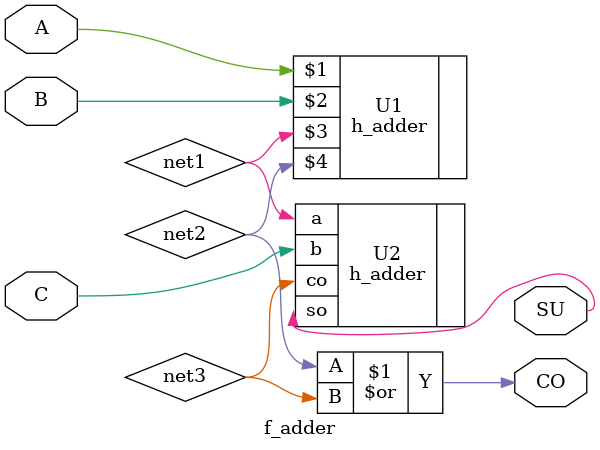
<source format=v>
module f_adder(A,B,C,CO,SU);
input A,B,C;
output CO,SU;
wire net1,net2,net3;
h_adder U1(A,B,net1,net2);
h_adder U2(.a(net1),.b(C),.so(SU),.co(net3));//不规则命名
    or U3(CO,net2,net3);
endmodule 
</source>
